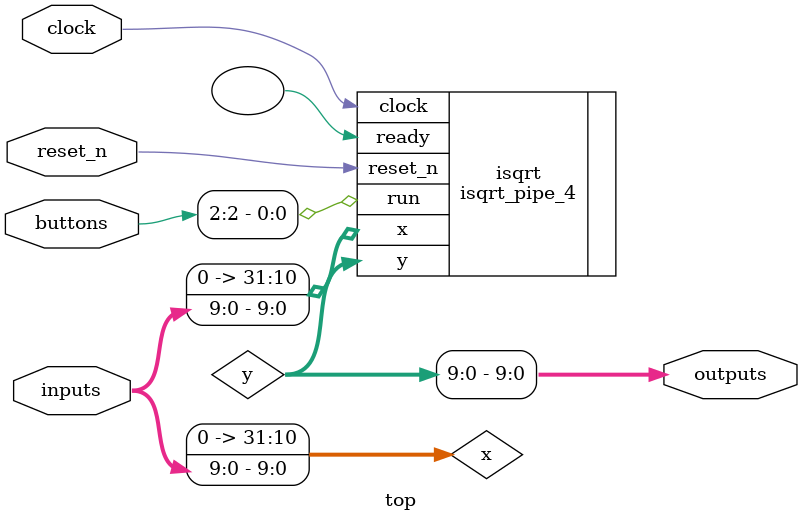
<source format=v>
module top
(
    input        clock,
    input        reset_n,
    input  [2:0] buttons,
    input  [9:0] inputs,
    output [9:0] outputs
);

    wire [31:0] x;
    wire [15:0] y;

    assign x = inputs;
    assign outputs = y;

    isqrt_pipe_4 isqrt
    (
        .clock    ( clock       ),
        .reset_n  ( reset_n     ),
        .run      ( buttons [2] ),
        .x        ( x           ),
        .ready    (             ),
        .y        ( y           )
    );

endmodule

</source>
